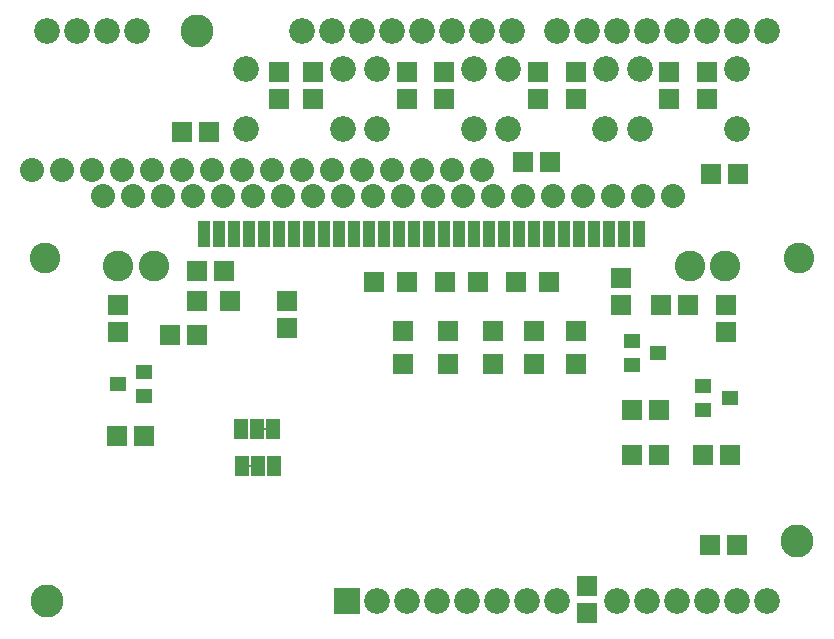
<source format=gbr>
G04 GERBER ASCII OUTPUT FROM: EDWINXP (VER. 1.61 REV. 20080915)*
G04 GERBER FORMAT: RX-274-X*
G04 BOARD: AMICUS_LCD_SHIELD*
G04 ARTWORK OF SOLD.MASK POSITIVE*
%ASAXBY*%
%FSLAX23Y23*%
%MIA0B0*%
%MOIN*%
%OFA0.0000B0.0000*%
%SFA1B1*%
%IJA0B0*%
%INLAYER30POS*%
%IOA0B0*%
%IPPOS*%
%IR0*%
G04 APERTURE MACROS*
%AMEDWDONUT*
1,1,$1,$2,$3*
1,0,$4,$2,$3*
%
%AMEDWFRECT*
20,1,$1,$2,$3,$4,$5,$6*
%
%AMEDWORECT*
20,1,$1,$2,$3,$4,$5,$10*
20,1,$1,$4,$5,$6,$7,$10*
20,1,$1,$6,$7,$8,$9,$10*
20,1,$1,$8,$9,$2,$3,$10*
1,1,$1,$2,$3*
1,1,$1,$4,$5*
1,1,$1,$6,$7*
1,1,$1,$8,$9*
%
%AMEDWLINER*
20,1,$1,$2,$3,$4,$5,$6*
1,1,$1,$2,$3*
1,1,$1,$4,$5*
%
%AMEDWFTRNG*
4,1,3,$1,$2,$3,$4,$5,$6,$7,$8,$9*
%
%AMEDWATRNG*
4,1,3,$1,$2,$3,$4,$5,$6,$7,$8,$9*
20,1,$11,$1,$2,$3,$4,$10*
20,1,$11,$3,$4,$5,$6,$10*
20,1,$11,$5,$6,$7,$8,$10*
1,1,$11,$3,$4*
1,1,$11,$5,$6*
1,1,$11,$7,$8*
%
%AMEDWOTRNG*
20,1,$1,$2,$3,$4,$5,$8*
20,1,$1,$4,$5,$6,$7,$8*
20,1,$1,$6,$7,$2,$3,$8*
1,1,$1,$2,$3*
1,1,$1,$4,$5*
1,1,$1,$6,$7*
%
G04*
G04 APERTURE LIST*
%ADD10R,0.03937X0.08661*%
%ADD11R,0.06337X0.11061*%
%ADD12R,0.0315X0.07874*%
%ADD13R,0.0555X0.10274*%
%ADD14R,0.0580X0.0500*%
%ADD15R,0.0820X0.0740*%
%ADD16R,0.0480X0.0400*%
%ADD17R,0.0720X0.0640*%
%ADD18R,0.08268X0.05945*%
%ADD19R,0.10668X0.08345*%
%ADD20R,0.07874X0.05906*%
%ADD21R,0.10274X0.08306*%
%ADD22R,0.08268X0.10236*%
%ADD23R,0.10668X0.12636*%
%ADD24R,0.07874X0.09843*%
%ADD25R,0.10274X0.12243*%
%ADD26R,0.0700X0.0650*%
%ADD27R,0.0940X0.0890*%
%ADD28R,0.0600X0.0550*%
%ADD29R,0.0840X0.0790*%
%ADD30R,0.0650X0.0700*%
%ADD31R,0.0890X0.0940*%
%ADD32R,0.0550X0.0600*%
%ADD33R,0.0790X0.0840*%
%ADD34R,0.07087X0.06693*%
%ADD35R,0.10236X0.09843*%
%ADD36R,0.06299X0.05906*%
%ADD37R,0.09449X0.09055*%
%ADD38R,0.06693X0.07087*%
%ADD39R,0.09843X0.10236*%
%ADD40R,0.05906X0.06299*%
%ADD41R,0.09055X0.09449*%
%ADD42R,0.04724X0.06693*%
%ADD43R,0.07124X0.09093*%
%ADD44R,0.03937X0.05906*%
%ADD45R,0.06337X0.08306*%
%ADD46R,0.0860X0.0860*%
%ADD47R,0.1100X0.1100*%
%ADD48R,0.0700X0.0700*%
%ADD49R,0.0940X0.0940*%
%ADD50C,0.00039*%
%ADD52C,0.0010*%
%ADD54C,0.00118*%
%ADD56C,0.0020*%
%ADD57R,0.0020X0.0020*%
%ADD58C,0.00236*%
%ADD60C,0.0030*%
%ADD61R,0.0030X0.0030*%
%ADD62C,0.00394*%
%ADD64C,0.0040*%
%ADD65R,0.0040X0.0040*%
%ADD66C,0.00472*%
%ADD68C,0.0050*%
%ADD69R,0.0050X0.0050*%
%ADD70C,0.00512*%
%ADD71R,0.00512X0.00512*%
%ADD72C,0.00591*%
%ADD73R,0.00591X0.00591*%
%ADD74C,0.00659*%
%ADD75R,0.00659X0.00659*%
%ADD76C,0.00669*%
%ADD78C,0.00787*%
%ADD79R,0.00787X0.00787*%
%ADD80C,0.00799*%
%ADD82C,0.0080*%
%ADD84C,0.00886*%
%ADD85R,0.00886X0.00886*%
%ADD86C,0.00975*%
%ADD87R,0.00975X0.00975*%
%ADD88C,0.00984*%
%ADD89R,0.00984X0.00984*%
%ADD90C,0.0100*%
%ADD91R,0.0100X0.0100*%
%ADD92C,0.01181*%
%ADD94C,0.0120*%
%ADD96C,0.0130*%
%ADD97R,0.0130X0.0130*%
%ADD98C,0.0150*%
%ADD99R,0.0150X0.0150*%
%ADD100C,0.01575*%
%ADD102C,0.0160*%
%ADD103R,0.0160X0.0160*%
%ADD104C,0.01698*%
%ADD105R,0.01698X0.01698*%
%ADD106C,0.01797*%
%ADD107R,0.01797X0.01797*%
%ADD108C,0.01895*%
%ADD109R,0.01895X0.01895*%
%ADD110C,0.01969*%
%ADD111R,0.01969X0.01969*%
%ADD112C,0.01994*%
%ADD113R,0.01994X0.01994*%
%ADD114C,0.0200*%
%ADD116C,0.02092*%
%ADD117R,0.02092X0.02092*%
%ADD118C,0.02191*%
%ADD119R,0.02191X0.02191*%
%ADD120C,0.02289*%
%ADD121R,0.02289X0.02289*%
%ADD122C,0.02362*%
%ADD123R,0.02362X0.02362*%
%ADD124C,0.02387*%
%ADD125R,0.02387X0.02387*%
%ADD126C,0.0240*%
%ADD127R,0.0240X0.0240*%
%ADD128C,0.0240*%
%ADD129R,0.0240X0.0240*%
%ADD130C,0.02486*%
%ADD131R,0.02486X0.02486*%
%ADD132C,0.0250*%
%ADD133R,0.0250X0.0250*%
%ADD134C,0.02584*%
%ADD135R,0.02584X0.02584*%
%ADD136C,0.02636*%
%ADD138C,0.02683*%
%ADD139R,0.02683X0.02683*%
%ADD140C,0.02781*%
%ADD141R,0.02781X0.02781*%
%ADD142C,0.02794*%
%ADD144C,0.0288*%
%ADD145R,0.0288X0.0288*%
%ADD146C,0.0290*%
%ADD148C,0.02912*%
%ADD149R,0.02912X0.02912*%
%ADD150C,0.02978*%
%ADD151R,0.02978X0.02978*%
%ADD152C,0.02991*%
%ADD153R,0.02991X0.02991*%
%ADD154C,0.0300*%
%ADD155R,0.0300X0.0300*%
%ADD156C,0.03059*%
%ADD157R,0.03059X0.03059*%
%ADD158C,0.03069*%
%ADD159R,0.03069X0.03069*%
%ADD160C,0.03076*%
%ADD161R,0.03076X0.03076*%
%ADD162C,0.03175*%
%ADD163R,0.03175X0.03175*%
%ADD164C,0.03199*%
%ADD165R,0.03199X0.03199*%
%ADD166C,0.0320*%
%ADD167R,0.0320X0.0320*%
%ADD168C,0.03273*%
%ADD169R,0.03273X0.03273*%
%ADD170C,0.03372*%
%ADD171R,0.03372X0.03372*%
%ADD172C,0.03375*%
%ADD173R,0.03375X0.03375*%
%ADD174C,0.0347*%
%ADD175R,0.0347X0.0347*%
%ADD176C,0.0350*%
%ADD177R,0.0350X0.0350*%
%ADD178C,0.03569*%
%ADD179R,0.03569X0.03569*%
%ADD180C,0.03581*%
%ADD182C,0.0360*%
%ADD183R,0.0360X0.0360*%
%ADD184C,0.03667*%
%ADD185R,0.03667X0.03667*%
%ADD186C,0.0370*%
%ADD187R,0.0370X0.0370*%
%ADD188C,0.03765*%
%ADD189R,0.03765X0.03765*%
%ADD190C,0.03864*%
%ADD191R,0.03864X0.03864*%
%ADD192C,0.0390*%
%ADD193R,0.0390X0.0390*%
%ADD194C,0.03937*%
%ADD195R,0.03937X0.03937*%
%ADD196C,0.03962*%
%ADD197R,0.03962X0.03962*%
%ADD198C,0.0400*%
%ADD199R,0.0400X0.0400*%
%ADD200C,0.04061*%
%ADD201R,0.04061X0.04061*%
%ADD202C,0.04159*%
%ADD203R,0.04159X0.04159*%
%ADD204C,0.04173*%
%ADD205R,0.04173X0.04173*%
%ADD206C,0.04257*%
%ADD207R,0.04257X0.04257*%
%ADD208C,0.04356*%
%ADD209R,0.04356X0.04356*%
%ADD210C,0.0440*%
%ADD212C,0.04454*%
%ADD213R,0.04454X0.04454*%
%ADD214C,0.0450*%
%ADD215R,0.0450X0.0450*%
%ADD216C,0.04553*%
%ADD217R,0.04553X0.04553*%
%ADD218C,0.04651*%
%ADD219R,0.04651X0.04651*%
%ADD220C,0.0470*%
%ADD221R,0.0470X0.0470*%
%ADD222C,0.04724*%
%ADD223R,0.04724X0.04724*%
%ADD224C,0.04762*%
%ADD225R,0.04762X0.04762*%
%ADD226C,0.0490*%
%ADD227R,0.0490X0.0490*%
%ADD228C,0.0500*%
%ADD229R,0.0500X0.0500*%
%ADD230C,0.05118*%
%ADD231R,0.05118X0.05118*%
%ADD232C,0.0560*%
%ADD233R,0.0560X0.0560*%
%ADD234C,0.0570*%
%ADD235R,0.0570X0.0570*%
%ADD236C,0.0590*%
%ADD237R,0.0590X0.0590*%
%ADD238C,0.05906*%
%ADD239R,0.05906X0.05906*%
%ADD240C,0.05945*%
%ADD241R,0.05945X0.05945*%
%ADD242C,0.0600*%
%ADD243R,0.0600X0.0600*%
%ADD244C,0.0620*%
%ADD246C,0.06201*%
%ADD248C,0.06299*%
%ADD249R,0.06299X0.06299*%
%ADD250C,0.06337*%
%ADD251R,0.06337X0.06337*%
%ADD252C,0.0650*%
%ADD253R,0.0650X0.0650*%
%ADD254C,0.06693*%
%ADD255R,0.06693X0.06693*%
%ADD256C,0.0690*%
%ADD257R,0.0690X0.0690*%
%ADD258C,0.06906*%
%ADD259R,0.06906X0.06906*%
%ADD260C,0.0700*%
%ADD261R,0.0700X0.0700*%
%ADD262C,0.0710*%
%ADD263R,0.0710X0.0710*%
%ADD264C,0.07124*%
%ADD265R,0.07124X0.07124*%
%ADD266C,0.0740*%
%ADD267R,0.0740X0.0740*%
%ADD268C,0.0750*%
%ADD269R,0.0750X0.0750*%
%ADD270C,0.07598*%
%ADD272C,0.0760*%
%ADD274C,0.07874*%
%ADD275R,0.07874X0.07874*%
%ADD276C,0.0800*%
%ADD277R,0.0800X0.0800*%
%ADD278C,0.0810*%
%ADD279R,0.0810X0.0810*%
%ADD280C,0.08268*%
%ADD281R,0.08268X0.08268*%
%ADD282C,0.08306*%
%ADD283R,0.08306X0.08306*%
%ADD284C,0.08345*%
%ADD285R,0.08345X0.08345*%
%ADD286C,0.0840*%
%ADD287R,0.0840X0.0840*%
%ADD288C,0.08598*%
%ADD290C,0.0860*%
%ADD291R,0.0860X0.0860*%
%ADD292C,0.08601*%
%ADD294C,0.0870*%
%ADD295R,0.0870X0.0870*%
%ADD296C,0.0890*%
%ADD297R,0.0890X0.0890*%
%ADD298C,0.0900*%
%ADD299R,0.0900X0.0900*%
%ADD300C,0.09093*%
%ADD301R,0.09093X0.09093*%
%ADD302C,0.0940*%
%ADD303R,0.0940X0.0940*%
%ADD304C,0.09449*%
%ADD306C,0.0970*%
%ADD307R,0.0970X0.0970*%
%ADD308C,0.09843*%
%ADD309R,0.09843X0.09843*%
%ADD310C,0.0990*%
%ADD311R,0.0990X0.0990*%
%ADD312C,0.09998*%
%ADD314C,0.1000*%
%ADD315R,0.1000X0.1000*%
%ADD316C,0.10236*%
%ADD317R,0.10236X0.10236*%
%ADD318C,0.10274*%
%ADD319R,0.10274X0.10274*%
%ADD320C,0.1040*%
%ADD321R,0.1040X0.1040*%
%ADD322C,0.10668*%
%ADD323R,0.10668X0.10668*%
%ADD324C,0.10998*%
%ADD326C,0.1100*%
%ADD327R,0.1100X0.1100*%
%ADD328C,0.1110*%
%ADD329R,0.1110X0.1110*%
%ADD330C,0.1120*%
%ADD331R,0.1120X0.1120*%
%ADD332C,0.1140*%
%ADD333R,0.1140X0.1140*%
%ADD334C,0.1150*%
%ADD335R,0.1150X0.1150*%
%ADD336C,0.11849*%
%ADD338C,0.1200*%
%ADD339R,0.1200X0.1200*%
%ADD340C,0.1210*%
%ADD341R,0.1210X0.1210*%
%ADD342C,0.12243*%
%ADD343R,0.12243X0.12243*%
%ADD344C,0.1240*%
%ADD345R,0.1240X0.1240*%
%ADD346C,0.1250*%
%ADD347R,0.1250X0.1250*%
%ADD348C,0.12636*%
%ADD349R,0.12636X0.12636*%
%ADD350C,0.12992*%
%ADD351R,0.12992X0.12992*%
%ADD352C,0.1300*%
%ADD353R,0.1300X0.1300*%
%ADD354C,0.1340*%
%ADD355R,0.1340X0.1340*%
%ADD356C,0.1390*%
%ADD357R,0.1390X0.1390*%
%ADD358C,0.1420*%
%ADD359R,0.1420X0.1420*%
%ADD360C,0.1440*%
%ADD361R,0.1440X0.1440*%
%ADD362C,0.1490*%
%ADD363R,0.1490X0.1490*%
%ADD364C,0.1520*%
%ADD365R,0.1520X0.1520*%
%ADD366C,0.15374*%
%ADD367R,0.15374X0.15374*%
%ADD368C,0.1540*%
%ADD369R,0.1540X0.1540*%
%ADD370C,0.1660*%
%ADD371R,0.1660X0.1660*%
%ADD372C,0.17323*%
%ADD374C,0.1760*%
%ADD375R,0.1760X0.1760*%
%ADD376C,0.17774*%
%ADD377R,0.17774X0.17774*%
%ADD378C,0.18504*%
%ADD380C,0.18898*%
%ADD382C,0.20904*%
%ADD384C,0.2126*%
%ADD386C,0.21298*%
%ADD388C,0.22835*%
%ADD391R,0.23622X0.23622*%
%ADD393R,0.24937X0.24937*%
%ADD395R,0.26022X0.26022*%
%ADD397R,0.27337X0.27337*%
%ADD399R,0.31496X0.31496*%
%ADD401R,0.32811X0.32811*%
%ADD403R,0.33896X0.33896*%
%ADD405R,0.35211X0.35211*%
%ADD406C,0.45211*%
%ADD407R,0.45211X0.45211*%
%ADD408C,0.55211*%
%ADD409R,0.55211X0.55211*%
%ADD410C,0.65211*%
%ADD411R,0.65211X0.65211*%
%ADD412C,0.75211*%
%ADD413R,0.75211X0.75211*%
%ADD414C,0.85211*%
%ADD415R,0.85211X0.85211*%
%ADD416C,0.95211*%
%ADD417R,0.95211X0.95211*%
%ADD418C,1.05211*%
%ADD419R,1.05211X1.05211*%
%ADD420C,1.15211*%
%ADD421R,1.15211X1.15211*%
%ADD422C,1.25211*%
%ADD423R,1.25211X1.25211*%
%ADD424C,1.35211*%
%ADD425R,1.35211X1.35211*%
%ADD426C,1.45211*%
%ADD427R,1.45211X1.45211*%
%ADD428C,1.55211*%
%ADD429R,1.55211X1.55211*%
%ADD430C,1.65211*%
%ADD431R,1.65211X1.65211*%
%ADD432C,1.75211*%
%ADD433R,1.75211X1.75211*%
%ADD434C,1.85211*%
%ADD435R,1.85211X1.85211*%
%ADD436C,1.95211*%
%ADD437R,1.95211X1.95211*%
G04*
D288*
X2400Y1675D02*D03*
X2400Y1875D02*D03*
X2076Y1875D02*D03*
X2076Y1675D02*D03*
X1962Y1675D02*D03*
X1963Y1875D02*D03*
X1638Y1875D02*D03*
X1638Y1675D02*D03*
X1525Y1675D02*D03*
X1525Y1875D02*D03*
X1201Y1875D02*D03*
X1201Y1675D02*D03*
D276*
X50Y1538D02*D03*
X150Y1538D02*D03*
X250Y1538D02*D03*
X350Y1538D02*D03*
X450Y1538D02*D03*
X550Y1538D02*D03*
X650Y1538D02*D03*
X750Y1538D02*D03*
X850Y1538D02*D03*
X950Y1538D02*D03*
X1050Y1538D02*D03*
X1150Y1538D02*D03*
X1250Y1538D02*D03*
X1350Y1538D02*D03*
X1450Y1538D02*D03*
X1550Y1538D02*D03*
D10* 
X625Y1325D02*D03*
X675Y1325D02*D03*
X725Y1325D02*D03*
X775Y1325D02*D03*
X825Y1325D02*D03*
X875Y1325D02*D03*
X925Y1325D02*D03*
X975Y1325D02*D03*
X1025Y1325D02*D03*
X1075Y1325D02*D03*
X1125Y1325D02*D03*
X1175Y1325D02*D03*
X1225Y1325D02*D03*
X1275Y1325D02*D03*
X1325Y1325D02*D03*
X1375Y1325D02*D03*
X1425Y1325D02*D03*
X1475Y1325D02*D03*
X1525Y1325D02*D03*
X1575Y1325D02*D03*
X1625Y1325D02*D03*
X1675Y1325D02*D03*
X1725Y1325D02*D03*
X1775Y1325D02*D03*
X1825Y1325D02*D03*
X1875Y1325D02*D03*
X1925Y1325D02*D03*
X1975Y1325D02*D03*
X2025Y1325D02*D03*
X2075Y1325D02*D03*
D316*
X456Y1217D02*D03*
X338Y1217D02*D03*
X2244Y1217D02*D03*
X2362Y1217D02*D03*
X2606Y1244D02*D03*
X94Y1244D02*D03*
D276*
X288Y1450D02*D03*
X388Y1450D02*D03*
X488Y1450D02*D03*
X588Y1450D02*D03*
X688Y1450D02*D03*
X788Y1450D02*D03*
X888Y1450D02*D03*
X988Y1450D02*D03*
X1088Y1450D02*D03*
X1188Y1450D02*D03*
X1288Y1450D02*D03*
X1388Y1450D02*D03*
X1488Y1450D02*D03*
X1588Y1450D02*D03*
X1688Y1450D02*D03*
X1788Y1450D02*D03*
X1888Y1450D02*D03*
X1988Y1450D02*D03*
X2088Y1450D02*D03*
X2188Y1450D02*D03*
D290*
X2000Y100D02*D03*
X2100Y100D02*D03*
X2200Y100D02*D03*
X2300Y100D02*D03*
X2400Y100D02*D03*
X2500Y100D02*D03*
X950Y2000D02*D03*
X1050Y2000D02*D03*
X1150Y2000D02*D03*
X1250Y2000D02*D03*
X1350Y2000D02*D03*
X1450Y2000D02*D03*
X1550Y2000D02*D03*
X1650Y2000D02*D03*
X1300Y100D02*D03*
X1400Y100D02*D03*
X1500Y100D02*D03*
X1600Y100D02*D03*
X1700Y100D02*D03*
X1800Y100D02*D03*
X1800Y2000D02*D03*
X1900Y2000D02*D03*
X2000Y2000D02*D03*
X2100Y2000D02*D03*
X2200Y2000D02*D03*
X2300Y2000D02*D03*
X2400Y2000D02*D03*
X2500Y2000D02*D03*
D14* 
X2050Y888D02*D03*
X2050Y968D02*D03*
X2138Y928D02*D03*
X425Y863D02*D03*
X425Y783D02*D03*
X337Y823D02*D03*
X2288Y738D02*D03*
X2288Y818D02*D03*
X2376Y778D02*D03*
D288*
X1087Y1675D02*D03*
X1088Y1875D02*D03*
X763Y1875D02*D03*
X763Y1675D02*D03*
D30* 
X338Y998D02*D03*
X338Y1088D02*D03*
X2363Y998D02*D03*
X2363Y1088D02*D03*
D26* 
X2148Y1088D02*D03*
X2238Y1088D02*D03*
X600Y988D02*D03*
X510Y988D02*D03*
X2288Y588D02*D03*
X2378Y588D02*D03*
X2050Y588D02*D03*
X2140Y588D02*D03*
X2050Y738D02*D03*
X2140Y738D02*D03*
D30* 
X2013Y1178D02*D03*
X2013Y1088D02*D03*
D26* 
X425Y650D02*D03*
X335Y650D02*D03*
X2313Y1525D02*D03*
X2403Y1525D02*D03*
D30* 
X900Y1010D02*D03*
X900Y1100D02*D03*
D26* 
X2310Y288D02*D03*
X2400Y288D02*D03*
D34* 
X1863Y1000D02*D03*
X1863Y890D02*D03*
D30* 
X1900Y60D02*D03*
X1900Y150D02*D03*
D290*
X100Y2000D02*D03*
X200Y2000D02*D03*
X300Y2000D02*D03*
X400Y2000D02*D03*
D34* 
X1725Y1000D02*D03*
X1725Y890D02*D03*
X1588Y1000D02*D03*
X1588Y890D02*D03*
X1438Y1000D02*D03*
X1438Y890D02*D03*
X1288Y1000D02*D03*
X1288Y890D02*D03*
D38* 
X1663Y1163D02*D03*
X1773Y1163D02*D03*
X1427Y1163D02*D03*
X1538Y1163D02*D03*
X1190Y1163D02*D03*
X1300Y1163D02*D03*
X600Y1100D02*D03*
X710Y1100D02*D03*
D26* 
X600Y1200D02*D03*
X690Y1200D02*D03*
D42* 
X750Y550D02*D03*
X804Y550D02*D03*
X858Y550D02*D03*
X854Y675D02*D03*
X800Y675D02*D03*
X746Y675D02*D03*
D26* 
X550Y1663D02*D03*
X640Y1663D02*D03*
D30* 
X1863Y1773D02*D03*
X1863Y1863D02*D03*
X1425Y1773D02*D03*
X1425Y1863D02*D03*
X875Y1773D02*D03*
X875Y1863D02*D03*
X988Y1863D02*D03*
X988Y1773D02*D03*
X1300Y1863D02*D03*
X1300Y1773D02*D03*
X1738Y1863D02*D03*
X1738Y1773D02*D03*
X2300Y1863D02*D03*
X2300Y1773D02*D03*
X2175Y1773D02*D03*
X2175Y1863D02*D03*
D26* 
X1688Y1563D02*D03*
X1778Y1563D02*D03*
D326*
X600Y2000D02*D03*
X100Y100D02*D03*
D46* 
X1100Y100D02*D03*
D290*
X1200Y100D02*D03*
D326*
X2600Y300D02*D03*
D76* 
X750Y550D02*
X799Y550D01*
X854Y675D02*
X805Y675D01*
M02*

</source>
